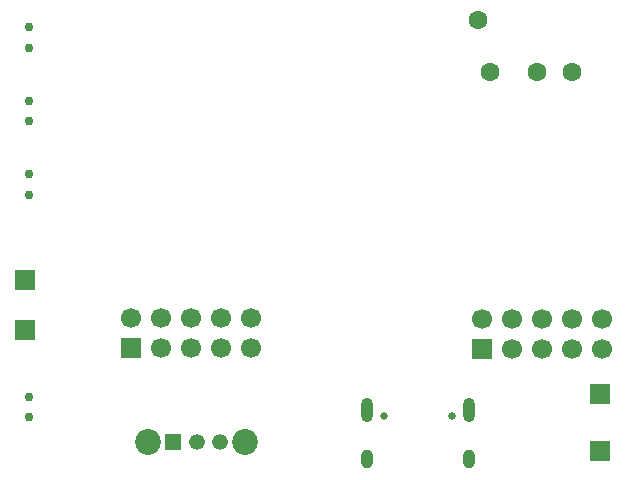
<source format=gbr>
%TF.GenerationSoftware,KiCad,Pcbnew,9.0.4*%
%TF.CreationDate,2025-09-28T00:45:50+02:00*%
%TF.ProjectId,BTM308-host,42544d33-3038-42d6-986f-73742e6b6963,rev?*%
%TF.SameCoordinates,Original*%
%TF.FileFunction,Soldermask,Bot*%
%TF.FilePolarity,Negative*%
%FSLAX46Y46*%
G04 Gerber Fmt 4.6, Leading zero omitted, Abs format (unit mm)*
G04 Created by KiCad (PCBNEW 9.0.4) date 2025-09-28 00:45:50*
%MOMM*%
%LPD*%
G01*
G04 APERTURE LIST*
%ADD10C,0.750000*%
%ADD11R,1.700000X1.700000*%
%ADD12R,1.337000X1.337000*%
%ADD13C,1.337000*%
%ADD14C,2.190000*%
%ADD15C,1.700000*%
%ADD16C,1.600000*%
%ADD17C,0.650000*%
%ADD18O,1.000000X2.100000*%
%ADD19O,1.000000X1.600000*%
G04 APERTURE END LIST*
D10*
%TO.C,SW6*%
X117000000Y-89167500D03*
X117000000Y-90867500D03*
%TD*%
%TO.C,SW1*%
X117000000Y-64125000D03*
X117000000Y-65825000D03*
%TD*%
D11*
%TO.C,J6*%
X116700000Y-83500000D03*
%TD*%
%TO.C,J7*%
X116700000Y-79300000D03*
%TD*%
D12*
%TO.C,SW4*%
X129250000Y-93000000D03*
D13*
X131250000Y-93000000D03*
X133250000Y-93000000D03*
D14*
X127150000Y-93000000D03*
X135350000Y-93000000D03*
%TD*%
D10*
%TO.C,SW3*%
X117000000Y-57900000D03*
X117000000Y-59600000D03*
%TD*%
%TO.C,SW2*%
X117000000Y-70350000D03*
X117000000Y-72050000D03*
%TD*%
D15*
%TO.C,J5*%
X135830000Y-82485000D03*
X135830000Y-85025000D03*
X133290000Y-82485000D03*
X133290000Y-85025000D03*
X130750000Y-82485000D03*
X130750000Y-85025000D03*
X128210000Y-82485000D03*
X128210000Y-85025000D03*
X125670000Y-82485000D03*
D11*
X125670000Y-85025000D03*
%TD*%
%TO.C,J1*%
X155420000Y-85127500D03*
D15*
X155420000Y-82587500D03*
X157960000Y-85127500D03*
X157960000Y-82587500D03*
X160500000Y-85127500D03*
X160500000Y-82587500D03*
X163040000Y-85127500D03*
X163040000Y-82587500D03*
X165580000Y-85127500D03*
X165580000Y-82587500D03*
%TD*%
D11*
%TO.C,J4*%
X165400000Y-93800000D03*
%TD*%
%TO.C,J3*%
X165400000Y-88900000D03*
%TD*%
D16*
%TO.C,U3*%
X155050000Y-57300000D03*
X156050000Y-61700000D03*
X160050000Y-61700000D03*
X163050000Y-61700000D03*
%TD*%
D17*
%TO.C,J2*%
X147110000Y-90797500D03*
X152890000Y-90797500D03*
D18*
X145680000Y-90267500D03*
D19*
X145680000Y-94447500D03*
D18*
X154320000Y-90267500D03*
D19*
X154320000Y-94447500D03*
%TD*%
M02*

</source>
